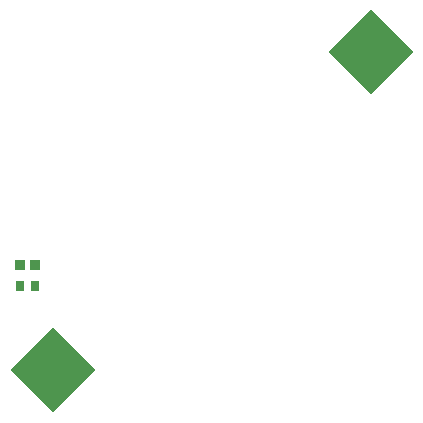
<source format=gbp>
G04*
G04 #@! TF.GenerationSoftware,Altium Limited,Altium Designer,21.3.1 (25)*
G04*
G04 Layer_Color=128*
%FSLAX25Y25*%
%MOIN*%
G70*
G04*
G04 #@! TF.SameCoordinates,9192AE54-2D66-49C7-9B86-A226D0D4A20B*
G04*
G04*
G04 #@! TF.FilePolarity,Positive*
G04*
G01*
G75*
%ADD16R,0.03347X0.03543*%
%ADD28R,0.02985X0.03197*%
%ADD47P,0.28284X4X270.0*%
D16*
X113441Y53000D02*
D03*
X118559D02*
D03*
D28*
X113531Y46000D02*
D03*
X118468D02*
D03*
D47*
X124284Y17984D02*
D03*
X230350Y124050D02*
D03*
M02*

</source>
